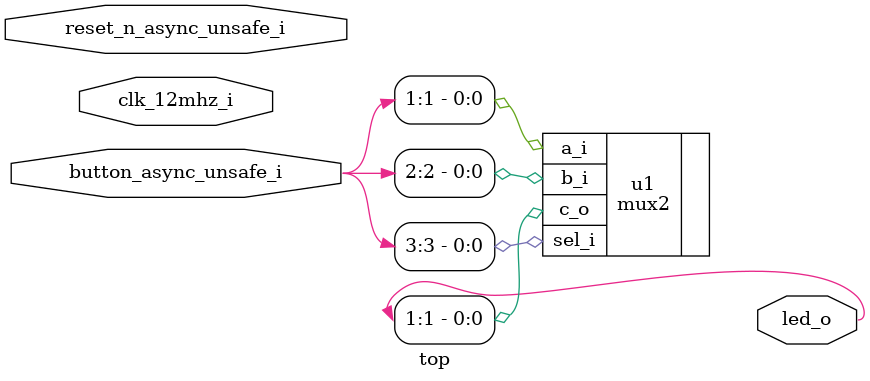
<source format=sv>
module top
  (input [0:0] clk_12mhz_i
  ,input [0:0] reset_n_async_unsafe_i
   // n: Negative Polarity (0 when pressed, 1 otherwise)
   // async: Not synchronized to clock
   // unsafe: Not De-Bounced
  ,input [3:1] button_async_unsafe_i
   // async: Not synchronized to clock
   // unsafe: Not De-Bounced
  ,output [5:1] led_o);

  // For this lab, instantiate your xor2 gate. Using two wires from
  // btn_async_unsafe_i, drive an output wire in led_o.
  //
  // Your code goes here:
  mux2 u1 (
    .a_i(button_async_unsafe_i[1]),
    .b_i(button_async_unsafe_i[2]),
    .sel_i(button_async_unsafe_i[3]),
    .c_o(led_o[1])
  );

endmodule

</source>
